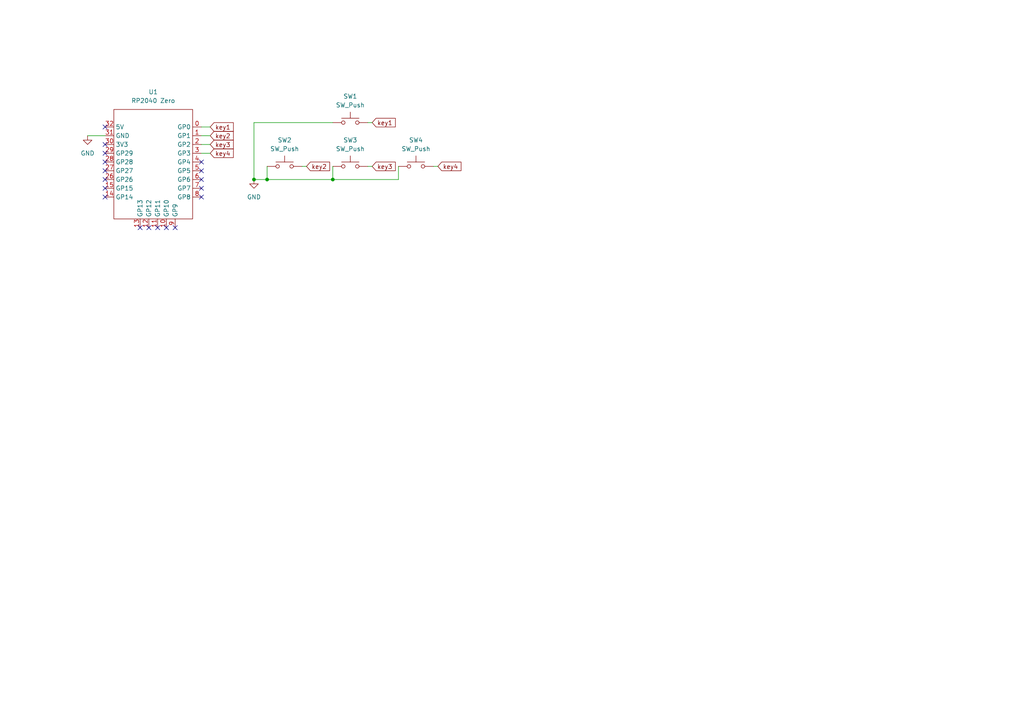
<source format=kicad_sch>
(kicad_sch (version 20231120) (generator "eeschema") (generator_version "8.0")
  (paper "A4")
  (title_block (title "Stratagum") (date "2025-06-09") (rev "0.0.1"))
  (lib_symbols
    (symbol "Switch:SW_Push" (pin_numbers hide) (pin_names (offset 1.016) hide)
      (property "Reference" "SW" (at 1.27 2.54 0))
      (property "Value" "SW_Push" (at 0 -1.524 0))
      (symbol "SW_Push_0_1"
        (circle (center -2.032 0) (radius 0.508))
        (polyline (pts (xy 0 1.27) (xy 0 3.048)))
        (polyline (pts (xy 2.54 1.27) (xy -2.54 1.27)))
        (circle (center 2.032 0) (radius 0.508))
        (pin passive line (at -5.08 0 0) (length 2.54) (name "1") (number "1"))
        (pin passive line (at 5.08 0 180) (length 2.54) (name "2") (number "2"))
      )
    )
    (symbol "keyboard_parts:RP2040_Zero"
      (property "Reference" "U1" (at -6.35 1.27 0))
      (property "Value" "RP2040 Zero" (at -6.35 -1.27 0))
      (symbol "RP2040_Zero_1_1"
        (rectangle (start -17.78 -3.81) (end 5.08 -35.56))
        (pin bidirectional line (at 7.62 -8.89 180) (length 2.54) (name "GP0") (number "0"))
        (pin bidirectional line (at 7.62 -11.43 180) (length 2.54) (name "GP1") (number "1"))
        (pin bidirectional line (at -2.54 -38.1 90) (length 2.54) (name "GP10") (number "10"))
        (pin bidirectional line (at -5.08 -38.1 90) (length 2.54) (name "GP11") (number "11"))
        (pin bidirectional line (at -7.62 -38.1 90) (length 2.54) (name "GP12") (number "12"))
        (pin bidirectional line (at -10.16 -38.1 90) (length 2.54) (name "GP13") (number "13"))
        (pin bidirectional line (at -20.32 -29.21 0) (length 2.54) (name "GP14") (number "14"))
        (pin bidirectional line (at -20.32 -26.67 0) (length 2.54) (name "GP15") (number "15"))
        (pin bidirectional line (at 7.62 -13.97 180) (length 2.54) (name "GP2") (number "2"))
        (pin bidirectional line (at -20.32 -24.13 0) (length 2.54) (name "GP26") (number "26"))
        (pin bidirectional line (at -20.32 -21.59 0) (length 2.54) (name "GP27") (number "27"))
        (pin bidirectional line (at -20.32 -19.05 0) (length 2.54) (name "GP28") (number "28"))
        (pin bidirectional line (at -20.32 -16.51 0) (length 2.54) (name "GP29") (number "29"))
        (pin bidirectional line (at 7.62 -16.51 180) (length 2.54) (name "GP3") (number "3"))
        (pin power_out line (at -20.32 -13.97 0) (length 2.54) (name "3V3") (number "30"))
        (pin power_in line (at -20.32 -11.43 0) (length 2.54) (name "GND") (number "31"))
        (pin power_out line (at -20.32 -8.89 0) (length 2.54) (name "5V") (number "32"))
        (pin bidirectional line (at 7.62 -19.05 180) (length 2.54) (name "GP4") (number "4"))
        (pin bidirectional line (at 7.62 -21.59 180) (length 2.54) (name "GP5") (number "5"))
        (pin bidirectional line (at 7.62 -24.13 180) (length 2.54) (name "GP6") (number "6"))
        (pin bidirectional line (at 7.62 -26.67 180) (length 2.54) (name "GP7") (number "7"))
        (pin bidirectional line (at 7.62 -29.21 180) (length 2.54) (name "GP8") (number "8"))
        (pin bidirectional line (at 0 -38.1 90) (length 2.54) (name "GP9") (number "9"))
      )
    )
    (symbol "power:GND" (power) (pin_numbers hide) (pin_names (offset 0) hide)
      (property "Value" "GND" (at 0 -3.81 0))
      (symbol "GND_0_1"
        (polyline (pts (xy 0 0) (xy 0 -1.27) (xy 1.27 -1.27) (xy 0 -2.54) (xy -1.27 -1.27) (xy 0 -1.27)))
      )
      (symbol "GND_1_1"
        (pin power_in line (at 0 0 270) (length 0) (name "~") (number "1"))
      )
    )
  )
  (junction (at 96.52 52.07))
  (junction (at 77.47 52.07))
  (junction (at 73.66 52.07))
  (no_connect (at 30.48 54.61))
  (no_connect (at 58.42 52.07))
  (no_connect (at 40.64 66.04))
  (no_connect (at 30.48 36.83))
  (no_connect (at 50.8 66.04))
  (no_connect (at 30.48 57.15))
  (no_connect (at 30.48 44.45))
  (no_connect (at 43.18 66.04))
  (no_connect (at 45.72 66.04))
  (no_connect (at 30.48 49.53))
  (no_connect (at 58.42 49.53))
  (no_connect (at 30.48 52.07))
  (no_connect (at 58.42 46.99))
  (no_connect (at 58.42 54.61))
  (no_connect (at 30.48 41.91))
  (no_connect (at 30.48 46.99))
  (no_connect (at 58.42 57.15))
  (no_connect (at 48.26 66.04))
  (wire (pts (xy 115.57 48.26) (xy 115.57 52.07)))
  (wire (pts (xy 58.42 41.91) (xy 60.96 41.91)))
  (wire (pts (xy 77.47 48.26) (xy 77.47 52.07)))
  (wire (pts (xy 96.52 48.26) (xy 96.52 52.07)))
  (wire (pts (xy 87.63 48.26) (xy 88.9 48.26)))
  (wire (pts (xy 58.42 39.37) (xy 60.96 39.37)))
  (wire (pts (xy 96.52 52.07) (xy 77.47 52.07)))
  (wire (pts (xy 106.68 35.56) (xy 107.95 35.56)))
  (wire (pts (xy 58.42 44.45) (xy 60.96 44.45)))
  (wire (pts (xy 77.47 52.07) (xy 73.66 52.07)))
  (wire (pts (xy 106.68 48.26) (xy 107.95 48.26)))
  (wire (pts (xy 25.4 39.37) (xy 30.48 39.37)))
  (wire (pts (xy 58.42 36.83) (xy 60.96 36.83)))
  (wire (pts (xy 115.57 52.07) (xy 96.52 52.07)))
  (wire (pts (xy 73.66 35.56) (xy 73.66 52.07)))
  (wire (pts (xy 96.52 35.56) (xy 73.66 35.56)))
  (wire (pts (xy 125.73 48.26) (xy 127 48.26)))
  (global_label "key1" (shape input) (at 107.95 35.56 0) (property "Intersheetrefs" "${INTERSHEET_REFS}" (effects (hide yes))))
  (global_label "key4" (shape input) (at 60.96 44.45 0) (property "Intersheetrefs" "${INTERSHEET_REFS}" (effects (hide yes))))
  (global_label "key1" (shape input) (at 60.96 36.83 0) (property "Intersheetrefs" "${INTERSHEET_REFS}" (effects (hide yes))))
  (global_label "key4" (shape input) (at 127 48.26 0) (property "Intersheetrefs" "${INTERSHEET_REFS}" (effects (hide yes))))
  (global_label "key2" (shape input) (at 88.9 48.26 0) (property "Intersheetrefs" "${INTERSHEET_REFS}" (effects (hide yes))))
  (global_label "key3" (shape input) (at 60.96 41.91 0) (property "Intersheetrefs" "${INTERSHEET_REFS}" (effects (hide yes))))
  (global_label "key3" (shape input) (at 107.95 48.26 0) (property "Intersheetrefs" "${INTERSHEET_REFS}" (effects (hide yes))))
  (global_label "key2" (shape input) (at 60.96 39.37 0) (property "Intersheetrefs" "${INTERSHEET_REFS}" (effects (hide yes))))
  (symbol (lib_id "Switch:SW_Push") (at 120.65 48.26 0) (unit 1)
    (property "Reference" "SW4" (at 120.65 40.64 0))
    (property "Value" "SW_Push" (at 120.65 43.18 0))
    (property "Description" "Push button switch, generic, two pins" (effects (hide yes)))
  )
  (symbol (lib_id "power:GND") (at 25.4 39.37 0) (mirror y) (unit 1)
    (property "Reference" "#PWR01" (effects (hide yes)))
    (property "Value" "GND" (at 25.4 44.45 0))
    (property "Description" "Power symbol creates a global label with name \"GND\" , ground" (effects (hide yes)))
  )
  (symbol (lib_id "power:GND") (at 73.66 52.07 0) (unit 1)
    (property "Reference" "#PWR02" (effects (hide yes)))
    (property "Value" "GND" (at 73.66 57.15 0))
    (property "Description" "Power symbol creates a global label with name \"GND\" , ground" (effects (hide yes)))
  )
  (symbol (lib_id "Switch:SW_Push") (at 82.55 48.26 0) (unit 1)
    (property "Reference" "SW2" (at 82.55 40.64 0))
    (property "Value" "SW_Push" (at 82.55 43.18 0))
    (property "Description" "Push button switch, generic, two pins" (effects (hide yes)))
  )
  (symbol (lib_id "Switch:SW_Push") (at 101.6 48.26 0) (unit 1)
    (property "Reference" "SW3" (at 101.6 40.64 0))
    (property "Value" "SW_Push" (at 101.6 43.18 0))
    (property "Description" "Push button switch, generic, two pins" (effects (hide yes)))
  )
  (symbol (lib_id "Switch:SW_Push") (at 101.6 35.56 0) (unit 1)
    (property "Reference" "SW1" (at 101.6 27.94 0))
    (property "Value" "SW_Push" (at 101.6 30.48 0))
    (property "Description" "Push button switch, generic, two pins" (effects (hide yes)))
  )
  (symbol (lib_id "keyboard_parts:RP2040_Zero") (at 50.8 27.94 0) (unit 1)
    (property "Reference" "U1" (at 44.45 26.67 0))
    (property "Value" "RP2040 Zero" (at 44.45 29.21 0))
    (property "Footprint" "keyboard_parts:RP2040 Zero (Through Hole)" (effects (hide yes)))
    (property "Datasheet" "https://www.waveshare.com/rp2040-zero.htm" (effects (hide yes)))
    (property "Description" "RP2040-Zero, a Pico-like MCU Board Based on Raspberry Pi MCU RP2040, Mini ver." (effects (hide yes)))
  )
)
</source>
